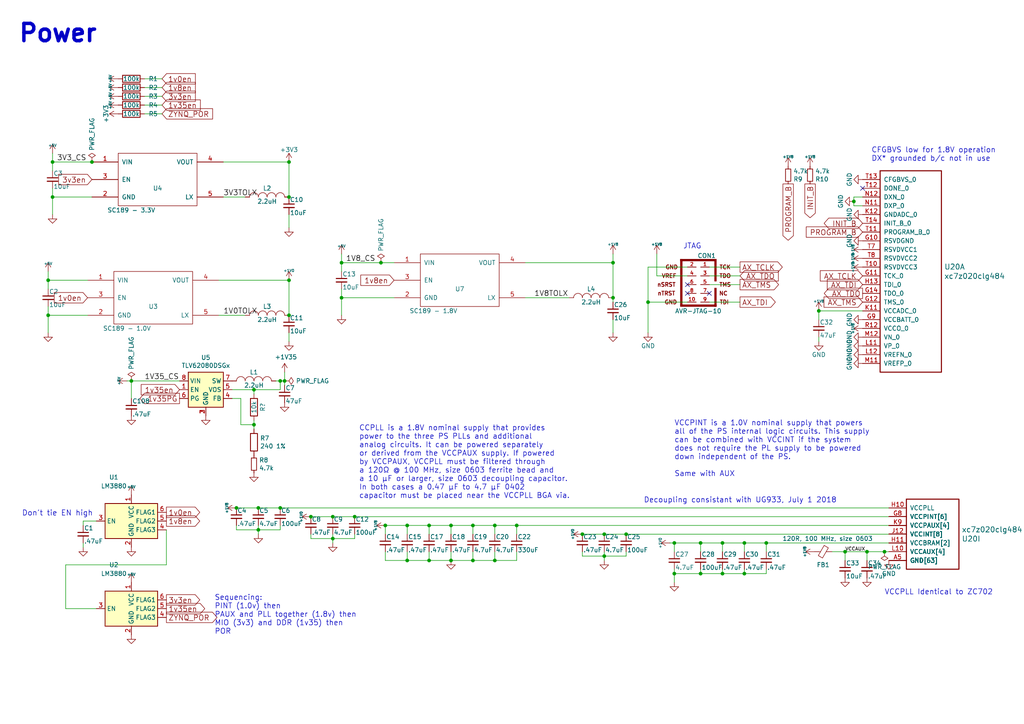
<source format=kicad_sch>
(kicad_sch (version 20230121) (generator eeschema)
  (paper "A4")
  (junction (at 111.76 152.4))
  (junction (at 26.67 46.99))
  (junction (at 96.52 149.86))
  (junction (at 137.16 162.56))
  (junction (at 74.93 153.67))
  (junction (at 209.55 157.48))
  (junction (at 15.24 57.15))
  (junction (at 177.8 86.36))
  (junction (at 177.8 76.2))
  (junction (at 168.91 154.94))
  (junction (at 96.52 156.21))
  (junction (at 68.58 147.32))
  (junction (at 73.66 113.03))
  (junction (at 83.82 57.15))
  (junction (at 203.2 166.37))
  (junction (at 13.97 91.44))
  (junction (at 215.9 157.48))
  (junction (at 110.49 76.2))
  (junction (at 209.55 166.37))
  (junction (at 99.06 86.36))
  (junction (at 81.28 110.49))
  (junction (at 187.96 87.63))
  (junction (at 195.58 166.37))
  (junction (at 74.93 147.32))
  (junction (at 175.26 154.94))
  (junction (at 149.86 152.4))
  (junction (at 237.49 90.17))
  (junction (at 130.81 162.56))
  (junction (at 222.25 157.48))
  (junction (at 181.61 154.94))
  (junction (at 251.46 160.02))
  (junction (at 73.66 123.19))
  (junction (at 90.17 149.86))
  (junction (at 118.11 152.4))
  (junction (at 245.11 160.02))
  (junction (at 38.1 110.49))
  (junction (at 215.9 166.37))
  (junction (at 118.11 162.56))
  (junction (at 195.58 157.48))
  (junction (at 247.65 58.42))
  (junction (at 137.16 152.4))
  (junction (at 99.06 76.2))
  (junction (at 203.2 157.48))
  (junction (at 124.46 162.56))
  (junction (at 83.82 91.44))
  (junction (at 81.28 147.32))
  (junction (at 15.24 46.99))
  (junction (at 143.51 162.56))
  (junction (at 256.54 160.02))
  (junction (at 102.87 149.86))
  (junction (at 124.46 152.4))
  (junction (at 143.51 152.4))
  (junction (at 130.81 152.4))
  (junction (at 175.26 161.29))
  (junction (at 82.55 110.49))
  (junction (at 83.82 46.99))
  (junction (at 13.97 81.28))
  (junction (at 83.82 81.28))
  (no_connect (at 199.39 82.55))
  (no_connect (at 205.74 85.09))
  (no_connect (at 199.39 85.09))
  (no_connect (at 250.19 54.61))
  (wire (pts (xy 215.9 157.48) (xy 222.25 157.48)))
  (wire (pts (xy 214.63 82.55) (xy 205.74 82.55)))
  (wire (pts (xy 181.61 154.94) (xy 257.81 154.94)))
  (wire (pts (xy 46.99 27.94) (xy 41.91 27.94)))
  (wire (pts (xy 124.46 160.02) (xy 124.46 162.56)))
  (wire (pts (xy 73.66 124.46) (xy 73.66 123.19)))
  (wire (pts (xy 250.19 90.17) (xy 237.49 90.17)))
  (wire (pts (xy 203.2 157.48) (xy 209.55 157.48)))
  (wire (pts (xy 90.17 154.94) (xy 90.17 156.21)))
  (wire (pts (xy 209.55 157.48) (xy 209.55 160.02)))
  (wire (pts (xy 195.58 160.02) (xy 195.58 157.48)))
  (wire (pts (xy 13.97 88.9) (xy 13.97 91.44)))
  (wire (pts (xy 67.31 115.57) (xy 69.85 115.57)))
  (wire (pts (xy 195.58 165.1) (xy 195.58 166.37)))
  (wire (pts (xy 96.52 156.21) (xy 102.87 156.21)))
  (wire (pts (xy 74.93 153.67) (xy 74.93 152.4)))
  (wire (pts (xy 175.26 161.29) (xy 181.61 161.29)))
  (wire (pts (xy 214.63 80.01) (xy 205.74 80.01)))
  (wire (pts (xy 111.76 160.02) (xy 111.76 162.56)))
  (wire (pts (xy 195.58 157.48) (xy 203.2 157.48)))
  (wire (pts (xy 247.65 58.42) (xy 247.65 59.69)))
  (wire (pts (xy 15.24 46.99) (xy 26.67 46.99)))
  (wire (pts (xy 63.5 81.28) (xy 83.82 81.28)))
  (wire (pts (xy 250.19 57.15) (xy 247.65 57.15)))
  (wire (pts (xy 214.63 77.47) (xy 205.74 77.47)))
  (wire (pts (xy 13.97 91.44) (xy 13.97 96.52)))
  (wire (pts (xy 83.82 62.23) (xy 83.82 66.04)))
  (wire (pts (xy 15.24 57.15) (xy 15.24 62.23)))
  (wire (pts (xy 177.8 92.71) (xy 177.8 96.52)))
  (wire (pts (xy 175.26 154.94) (xy 181.61 154.94)))
  (wire (pts (xy 199.39 77.47) (xy 187.96 77.47)))
  (wire (pts (xy 118.11 152.4) (xy 124.46 152.4)))
  (wire (pts (xy 149.86 152.4) (xy 149.86 154.94)))
  (wire (pts (xy 143.51 152.4) (xy 149.86 152.4)))
  (wire (pts (xy 124.46 152.4) (xy 130.81 152.4)))
  (wire (pts (xy 81.28 110.49) (xy 82.55 110.49)))
  (wire (pts (xy 111.76 152.4) (xy 118.11 152.4)))
  (wire (pts (xy 168.91 160.02) (xy 168.91 161.29)))
  (wire (pts (xy 215.9 157.48) (xy 215.9 160.02)))
  (wire (pts (xy 111.76 162.56) (xy 118.11 162.56)))
  (wire (pts (xy 73.66 113.03) (xy 81.28 113.03)))
  (wire (pts (xy 143.51 154.94) (xy 143.51 152.4)))
  (wire (pts (xy 251.46 160.02) (xy 251.46 162.56)))
  (wire (pts (xy 13.97 78.74) (xy 13.97 81.28)))
  (wire (pts (xy 99.06 86.36) (xy 99.06 91.44)))
  (wire (pts (xy 245.11 160.02) (xy 245.11 162.56)))
  (wire (pts (xy 68.58 152.4) (xy 68.58 153.67)))
  (wire (pts (xy 209.55 157.48) (xy 215.9 157.48)))
  (wire (pts (xy 82.55 110.49) (xy 82.55 111.76)))
  (wire (pts (xy 130.81 154.94) (xy 130.81 152.4)))
  (wire (pts (xy 68.58 153.67) (xy 74.93 153.67)))
  (wire (pts (xy 99.06 86.36) (xy 114.3 86.36)))
  (wire (pts (xy 130.81 162.56) (xy 137.16 162.56)))
  (wire (pts (xy 181.61 161.29) (xy 181.61 160.02)))
  (wire (pts (xy 83.82 96.52) (xy 83.82 99.06)))
  (wire (pts (xy 96.52 149.86) (xy 102.87 149.86)))
  (wire (pts (xy 237.49 97.79) (xy 237.49 99.06)))
  (wire (pts (xy 137.16 162.56) (xy 143.51 162.56)))
  (wire (pts (xy 256.54 160.02) (xy 251.46 160.02)))
  (wire (pts (xy 99.06 76.2) (xy 99.06 78.74)))
  (wire (pts (xy 203.2 166.37) (xy 209.55 166.37)))
  (wire (pts (xy 247.65 57.15) (xy 247.65 58.42)))
  (wire (pts (xy 194.31 157.48) (xy 195.58 157.48)))
  (wire (pts (xy 15.24 44.45) (xy 15.24 46.99)))
  (wire (pts (xy 67.31 113.03) (xy 73.66 113.03)))
  (wire (pts (xy 48.26 163.83) (xy 19.05 163.83)))
  (wire (pts (xy 81.28 147.32) (xy 257.81 147.32)))
  (wire (pts (xy 48.26 153.67) (xy 48.26 163.83)))
  (wire (pts (xy 209.55 166.37) (xy 215.9 166.37)))
  (wire (pts (xy 81.28 153.67) (xy 81.28 152.4)))
  (wire (pts (xy 64.77 46.99) (xy 83.82 46.99)))
  (wire (pts (xy 215.9 166.37) (xy 215.9 165.1)))
  (wire (pts (xy 74.93 147.32) (xy 81.28 147.32)))
  (wire (pts (xy 13.97 81.28) (xy 25.4 81.28)))
  (wire (pts (xy 195.58 166.37) (xy 203.2 166.37)))
  (wire (pts (xy 36.83 110.49) (xy 38.1 110.49)))
  (wire (pts (xy 13.97 91.44) (xy 25.4 91.44)))
  (wire (pts (xy 13.97 81.28) (xy 13.97 83.82)))
  (wire (pts (xy 199.39 87.63) (xy 187.96 87.63)))
  (wire (pts (xy 177.8 76.2) (xy 177.8 86.36)))
  (wire (pts (xy 83.82 81.28) (xy 83.82 91.44)))
  (wire (pts (xy 214.63 87.63) (xy 205.74 87.63)))
  (wire (pts (xy 90.17 149.86) (xy 96.52 149.86)))
  (wire (pts (xy 24.13 151.13) (xy 24.13 152.4)))
  (wire (pts (xy 74.93 153.67) (xy 81.28 153.67)))
  (wire (pts (xy 241.3 160.02) (xy 245.11 160.02)))
  (wire (pts (xy 137.16 154.94) (xy 137.16 152.4)))
  (wire (pts (xy 74.93 153.67) (xy 74.93 154.94)))
  (wire (pts (xy 143.51 160.02) (xy 143.51 162.56)))
  (wire (pts (xy 130.81 152.4) (xy 137.16 152.4)))
  (wire (pts (xy 46.99 22.86) (xy 41.91 22.86)))
  (wire (pts (xy 257.81 160.02) (xy 256.54 160.02)))
  (wire (pts (xy 168.91 161.29) (xy 175.26 161.29)))
  (wire (pts (xy 177.8 86.36) (xy 177.8 87.63)))
  (wire (pts (xy 80.01 110.49) (xy 81.28 110.49)))
  (wire (pts (xy 102.87 149.86) (xy 257.81 149.86)))
  (wire (pts (xy 68.58 147.32) (xy 74.93 147.32)))
  (wire (pts (xy 99.06 73.66) (xy 99.06 76.2)))
  (wire (pts (xy 41.91 30.48) (xy 46.99 30.48)))
  (wire (pts (xy 46.99 33.02) (xy 41.91 33.02)))
  (wire (pts (xy 38.1 115.57) (xy 38.1 110.49)))
  (wire (pts (xy 15.24 57.15) (xy 26.67 57.15)))
  (wire (pts (xy 222.25 157.48) (xy 222.25 160.02)))
  (wire (pts (xy 152.4 76.2) (xy 177.8 76.2)))
  (wire (pts (xy 137.16 160.02) (xy 137.16 162.56)))
  (wire (pts (xy 41.91 25.4) (xy 46.99 25.4)))
  (wire (pts (xy 24.13 157.48) (xy 24.13 158.75)))
  (wire (pts (xy 222.25 157.48) (xy 257.81 157.48)))
  (wire (pts (xy 102.87 156.21) (xy 102.87 154.94)))
  (wire (pts (xy 152.4 86.36) (xy 165.1 86.36)))
  (wire (pts (xy 209.55 166.37) (xy 209.55 165.1)))
  (wire (pts (xy 215.9 166.37) (xy 222.25 166.37)))
  (wire (pts (xy 137.16 152.4) (xy 143.51 152.4)))
  (wire (pts (xy 175.26 161.29) (xy 175.26 160.02)))
  (wire (pts (xy 99.06 76.2) (xy 110.49 76.2)))
  (wire (pts (xy 237.49 90.17) (xy 237.49 92.71)))
  (wire (pts (xy 19.05 163.83) (xy 19.05 176.53)))
  (wire (pts (xy 63.5 91.44) (xy 71.12 91.44)))
  (wire (pts (xy 19.05 176.53) (xy 27.94 176.53)))
  (wire (pts (xy 245.11 160.02) (xy 251.46 160.02)))
  (wire (pts (xy 222.25 166.37) (xy 222.25 165.1)))
  (wire (pts (xy 118.11 160.02) (xy 118.11 162.56)))
  (wire (pts (xy 124.46 162.56) (xy 130.81 162.56)))
  (wire (pts (xy 177.8 73.66) (xy 177.8 76.2)))
  (wire (pts (xy 99.06 83.82) (xy 99.06 86.36)))
  (wire (pts (xy 175.26 161.29) (xy 175.26 162.56)))
  (wire (pts (xy 124.46 154.94) (xy 124.46 152.4)))
  (wire (pts (xy 199.39 80.01) (xy 190.5 80.01)))
  (wire (pts (xy 38.1 110.49) (xy 52.07 110.49)))
  (wire (pts (xy 118.11 152.4) (xy 118.11 154.94)))
  (wire (pts (xy 82.55 110.49) (xy 82.55 107.95)))
  (wire (pts (xy 190.5 80.01) (xy 190.5 73.66)))
  (wire (pts (xy 247.65 59.69) (xy 250.19 59.69)))
  (wire (pts (xy 15.24 46.99) (xy 15.24 49.53)))
  (wire (pts (xy 149.86 152.4) (xy 257.81 152.4)))
  (wire (pts (xy 96.52 156.21) (xy 96.52 157.48)))
  (wire (pts (xy 90.17 156.21) (xy 96.52 156.21)))
  (wire (pts (xy 187.96 77.47) (xy 187.96 87.63)))
  (wire (pts (xy 168.91 154.94) (xy 175.26 154.94)))
  (wire (pts (xy 27.94 151.13) (xy 24.13 151.13)))
  (wire (pts (xy 15.24 54.61) (xy 15.24 57.15)))
  (wire (pts (xy 69.85 115.57) (xy 69.85 123.19)))
  (wire (pts (xy 203.2 157.48) (xy 203.2 160.02)))
  (wire (pts (xy 111.76 154.94) (xy 111.76 152.4)))
  (wire (pts (xy 187.96 87.63) (xy 187.96 96.52)))
  (wire (pts (xy 149.86 162.56) (xy 149.86 160.02)))
  (wire (pts (xy 143.51 162.56) (xy 149.86 162.56)))
  (wire (pts (xy 69.85 123.19) (xy 73.66 123.19)))
  (wire (pts (xy 195.58 166.37) (xy 195.58 168.91)))
  (wire (pts (xy 203.2 166.37) (xy 203.2 165.1)))
  (wire (pts (xy 96.52 156.21) (xy 96.52 154.94)))
  (wire (pts (xy 118.11 162.56) (xy 124.46 162.56)))
  (wire (pts (xy 130.81 160.02) (xy 130.81 162.56)))
  (wire (pts (xy 73.66 123.19) (xy 73.66 121.92)))
  (wire (pts (xy 83.82 46.99) (xy 83.82 57.15)))
  (wire (pts (xy 81.28 113.03) (xy 81.28 110.49)))
  (wire (pts (xy 71.12 57.15) (xy 64.77 57.15)))
  (wire (pts (xy 73.66 114.3) (xy 73.66 113.03)))
  (wire (pts (xy 110.49 76.2) (xy 114.3 76.2)))
  (text "VCCPLL Identical to ZC702" (at 256.54 172.72 0) (effects (font (size 1.524 1.524)) (justify left bottom)))
  (text "Decoupling consistant with UG933, July 1 2018" (at 186.69 146.05 0) (effects (font (size 1.524 1.524)) (justify left bottom)))
  (text "Don't tie EN high" (at 6.35 149.86 0) (effects (font (size 1.5494 1.5494)) (justify left bottom)))
  (text "Sequencing: \nPINT (1.0v) then \nPAUX and PLL together (1.8v) then\nMIO (3v3) and DDR (1v35) then\nPOR" (at 62.23 184.15 0) (effects (font (size 1.524 1.524)) (justify left bottom)))
  (text "VCCPINT is a 1.0V nominal supply that powers \nall of the PS internal logic circuits. This supply \ncan be combined with VCCINT if the system \ndoes not require the PL supply to be powered \ndown independent of the PS.\n\nSame with AUX" (at 195.58 138.43 0) (effects (font (size 1.524 1.524)) (justify left bottom)))
  (text "JTAG" (at 198.12 72.39 0) (effects (font (size 1.524 1.524)) (justify left bottom)))
  (text "Power" (at 5.08 12.7 0) (effects (font (size 5.0038 5.0038) (thickness 1.0008) bold) (justify left bottom)))
  (text "CFGBVS low for 1.8V operation\nDX* grounded b/c not in use" (at 252.73 46.99 0) (effects (font (size 1.524 1.524)) (justify left bottom)))
  (text "CCPLL is a 1.8V nominal supply that provides \npower to the three PS PLLs and additional\nanalog circuits. It can be powered separately \nor derived from the VCCPAUX supply. If powered\nby VCCPAUX, VCCPLL must be filtered through \na 120Ω @ 100 MHz, size 0603 ferrite bead and\na 10 µF or larger, size 0603 decoupling capacitor. \nIn both cases a 0.47 µF to 4.7 µF 0402\ncapacitor must be placed near the VCCPLL BGA via. " (at 104.14 144.78 0) (effects (font (size 1.524 1.524)) (justify left bottom)))
  (label "1V35_CS" (at 41.91 110.49 0) (effects (font (size 1.524 1.524))))
  (label "VCCAUX" (at 245.11 160.02 0) (effects (font (size 0.9906 0.9906))))
  (label "3V3TOLX" (at 64.77 57.15 0) (effects (font (size 1.524 1.524))))
  (label "3V3_CS" (at 16.51 46.99 0) (effects (font (size 1.524 1.524))))
  (label "1V8TOLX" (at 154.94 86.36 0) (effects (font (size 1.524 1.524))))
  (label "1V0TOLX" (at 64.77 91.44 0) (effects (font (size 1.524 1.524))))
  (label "1V8_CS" (at 100.33 76.2 0) (effects (font (size 1.524 1.524))))
  (global_label "1v35en" (shape input) (at 46.99 30.48 0) (effects (font (size 1.524 1.524))) (property "Intersheetrefs" "${INTERSHEET_REFS}" (effects hide)))
  (global_label "ZYNQ_POR" (shape output) (at 48.26 179.07 0) (effects (font (size 1.524 1.524))) (property "Intersheetrefs" "${INTERSHEET_REFS}" (effects hide)))
  (global_label "PROGRAM_B" (shape input) (at 250.19 67.31 180) (effects (font (size 1.524 1.524))) (property "Intersheetrefs" "${INTERSHEET_REFS}" (effects hide)))
  (global_label "1v0en" (shape output) (at 48.26 148.59 0) (effects (font (size 1.524 1.524))) (property "Intersheetrefs" "${INTERSHEET_REFS}" (effects hide)))
  (global_label "AX_TDO" (shape output) (at 250.19 85.09 180) (effects (font (size 1.524 1.524))) (property "Intersheetrefs" "${INTERSHEET_REFS}" (effects hide)))
  (global_label "3v3en" (shape output) (at 48.26 173.99 0) (effects (font (size 1.524 1.524))) (property "Intersheetrefs" "${INTERSHEET_REFS}" (effects hide)))
  (global_label "1v35en" (shape output) (at 48.26 176.53 0) (effects (font (size 1.524 1.524))) (property "Intersheetrefs" "${INTERSHEET_REFS}" (effects hide)))
  (global_label "PROGRAM_B" (shape output) (at 228.6 53.34 270) (effects (font (size 1.524 1.524))) (property "Intersheetrefs" "${INTERSHEET_REFS}" (effects hide)))
  (global_label "1v0en" (shape input) (at 25.4 86.36 180) (effects (font (size 1.524 1.524))) (property "Intersheetrefs" "${INTERSHEET_REFS}" (effects hide)))
  (global_label "3v3en" (shape input) (at 46.99 27.94 0) (effects (font (size 1.524 1.524))) (property "Intersheetrefs" "${INTERSHEET_REFS}" (effects hide)))
  (global_label "ZYNQ_POR" (shape input) (at 46.99 33.02 0) (effects (font (size 1.524 1.524))) (property "Intersheetrefs" "${INTERSHEET_REFS}" (effects hide)))
  (global_label "1v8en" (shape output) (at 48.26 151.13 0) (effects (font (size 1.524 1.524))) (property "Intersheetrefs" "${INTERSHEET_REFS}" (effects hide)))
  (global_label "AX_TCLK" (shape input) (at 250.19 80.01 180) (effects (font (size 1.524 1.524))) (property "Intersheetrefs" "${INTERSHEET_REFS}" (effects hide)))
  (global_label "1v35PG" (shape output) (at 52.07 115.57 180) (effects (font (size 1.524 1.524))) (property "Intersheetrefs" "${INTERSHEET_REFS}" (effects hide)))
  (global_label "1v0en" (shape input) (at 46.99 22.86 0) (effects (font (size 1.524 1.524))) (property "Intersheetrefs" "${INTERSHEET_REFS}" (effects hide)))
  (global_label "INIT_B" (shape output) (at 234.95 53.34 270) (effects (font (size 1.524 1.524))) (property "Intersheetrefs" "${INTERSHEET_REFS}" (effects hide)))
  (global_label "1v8en" (shape input) (at 46.99 25.4 0) (effects (font (size 1.524 1.524))) (property "Intersheetrefs" "${INTERSHEET_REFS}" (effects hide)))
  (global_label "AX_TCLK" (shape output) (at 214.63 77.47 0) (effects (font (size 1.524 1.524))) (property "Intersheetrefs" "${INTERSHEET_REFS}" (effects hide)))
  (global_label "AX_TDO" (shape input) (at 214.63 80.01 0) (effects (font (size 1.524 1.524))) (property "Intersheetrefs" "${INTERSHEET_REFS}" (effects hide)))
  (global_label "INIT_B" (shape bidirectional) (at 250.19 64.77 180) (effects (font (size 1.524 1.524))) (property "Intersheetrefs" "${INTERSHEET_REFS}" (effects hide)))
  (global_label "AX_TDI" (shape output) (at 214.63 87.63 0) (effects (font (size 1.524 1.524))) (property "Intersheetrefs" "${INTERSHEET_REFS}" (effects hide)))
  (global_label "3v3en" (shape input) (at 26.67 52.07 180) (effects (font (size 1.524 1.524))) (property "Intersheetrefs" "${INTERSHEET_REFS}" (effects hide)))
  (global_label "1v8en" (shape input) (at 114.3 81.28 180) (effects (font (size 1.524 1.524))) (property "Intersheetrefs" "${INTERSHEET_REFS}" (effects hide)))
  (global_label "AX_TMS" (shape output) (at 214.63 82.55 0) (effects (font (size 1.524 1.524))) (property "Intersheetrefs" "${INTERSHEET_REFS}" (effects hide)))
  (global_label "AX_TDI" (shape input) (at 250.19 82.55 180) (effects (font (size 1.524 1.524))) (property "Intersheetrefs" "${INTERSHEET_REFS}" (effects hide)))
  (global_label "1v35en" (shape input) (at 52.07 113.03 180) (effects (font (size 1.524 1.524))) (property "Intersheetrefs" "${INTERSHEET_REFS}" (effects hide)))
  (global_label "AX_TMS" (shape input) (at 250.19 87.63 180) (effects (font (size 1.524 1.524))) (property "Intersheetrefs" "${INTERSHEET_REFS}" (effects hide)))
  (symbol (lib_id "DFTBoard-rescue:AVR-JTAG-10-") (at 200.66 82.55 0) (mirror y) (unit 1)
    (property "Reference" "CON1" (at 204.978 74.168 0))
    (property "Value" "AVR-JTAG-10" (at 209.296 90.932 0) (effects (justify left bottom)))
    (property "Footprint" "DFTcustom:XilinxJTAG" (effects hide))
    (property "MFR" "DNS" (effects hide))
  )
  (symbol (lib_id "power:GND") (at 187.96 96.52 0) (unit 1)
    (property "Reference" "#PWR038" (effects hide))
    (property "Value" "GND" (at 187.96 100.33 0))
  )
  (symbol (lib_id "power:+1V8") (at 190.5 73.66 0) (unit 1)
    (property "Reference" "#PWR039" (effects hide))
    (property "Value" "+1.8V" (at 190.5 70.866 0) (effects (font (size 0.762 0.762))))
  )
  (symbol (lib_id "Device:C_Small") (at 237.49 95.25 0) (unit 1)
    (property "Reference" "C32" (at 237.744 93.472 0) (effects (justify left)))
    (property "Value" "47uF" (at 237.744 97.282 0) (effects (justify left)))
    (property "Footprint" "Capacitor_SMD:C_0805_2012Metric" (effects hide))
    (property "MFR" "Murata" (effects hide))
    (property "MPN" "GRM219R60J476ME44D" (effects hide))
    (property "SPR" "Digikey" (effects hide))
    (property "SPN" "490-13249-1-ND" (effects hide))
  )
  (symbol (lib_id "power:GND") (at 237.49 99.06 0) (unit 1)
    (property "Reference" "#PWR048" (effects hide))
    (property "Value" "GND" (at 237.49 102.87 0))
  )
  (symbol (lib_id "power:GND") (at 250.19 52.07 270) (unit 1)
    (property "Reference" "#PWR046" (effects hide))
    (property "Value" "GND" (at 246.38 52.07 0))
  )
  (symbol (lib_id "power:+1V8") (at 237.49 90.17 0) (unit 1)
    (property "Reference" "#PWR047" (effects hide))
    (property "Value" "+1.8V" (at 237.49 87.376 0) (effects (font (size 0.762 0.762))))
  )
  (symbol (lib_id "power:+1V0") (at 194.31 157.48 90) (unit 1)
    (property "Reference" "#PWR042" (effects hide))
    (property "Value" "+1.0V" (at 191.516 157.48 0) (effects (font (size 0.762 0.762))))
    (instances (project "DFTBoard" (path "" (reference "#PWR042") (unit 1)) (path "" (reference "#PWR?") (unit 1))))
  )
  (symbol (lib_id "Device:C_Small") (at 203.2 162.56 0) (unit 1)
    (property "Reference" "C28" (at 203.454 160.782 0) (effects (justify left)))
    (property "Value" "100uF" (at 203.454 164.592 0) (effects (justify left)))
    (property "Footprint" "Capacitor_SMD:C_1210_3225Metric" (effects hide))
    (property "MFR" "TAIYO YUDEN" (effects hide))
    (property "MPN" "JMK325ABJ107MM-P" (effects hide))
    (property "SPR" "Digikey" (effects hide))
    (property "SPN" "587-4313-1-ND" (effects hide))
  )
  (symbol (lib_id "power:GND") (at 195.58 168.91 0) (unit 1)
    (property "Reference" "#PWR043" (effects hide))
    (property "Value" "GND" (effects hide))
  )
  (symbol (lib_id "power:GND") (at 257.81 162.56 0) (unit 1)
    (property "Reference" "#PWR057" (effects hide))
    (property "Value" "GND" (at 257.81 166.37 0))
  )
  (symbol (lib_id "DFTBoard-rescue:SC189-") (at 133.35 81.28 0) (unit 1)
    (property "Reference" "U7" (at 133.35 83.82 0))
    (property "Value" "SC189 - 1.8V" (at 125.73 90.17 0))
    (property "Footprint" "Package_TO_SOT_SMD:SOT-23-5" (effects hide))
    (property "Datasheet" "DOCUMENTATION" (effects hide))
    (property "MFR" "Semtech Corporation" (effects hide))
    (property "MPN" "SC189LSKTRT" (effects hide))
    (property "SPR" "Digikey" (effects hide))
    (property "SPN" "SC189LSKCT-ND" (effects hide))
  )
  (symbol (lib_id "DFTBoard-rescue:SC189-") (at 45.72 52.07 0) (unit 1)
    (property "Reference" "U4" (at 45.72 54.61 0))
    (property "Value" "SC189 - 3.3V" (at 38.1 60.96 0))
    (property "Footprint" "Package_TO_SOT_SMD:SOT-23-5" (effects hide))
    (property "Datasheet" "DOCUMENTATION" (effects hide))
    (property "MFR" "Semtech Corporation" (effects hide))
    (property "MPN" "SC189ZSKTRT" (effects hide))
    (property "SPR" "Digikey" (effects hide))
    (property "SPN" "SC189ZSKCT-ND" (effects hide))
  )
  (symbol (lib_id "DFTBoard-rescue:SC189-") (at 44.45 86.36 0) (unit 1)
    (property "Reference" "U3" (at 44.45 88.9 0))
    (property "Value" "SC189 - 1.0V" (at 36.83 95.25 0))
    (property "Footprint" "Package_TO_SOT_SMD:SOT-23-5" (effects hide))
    (property "Datasheet" "DOCUMENTATION" (effects hide))
    (property "MFR" "Semtech Corporation" (effects hide))
    (property "MPN" "SC189ASKTRT" (effects hide))
    (property "SPR" "Digikey" (effects hide))
    (property "SPN" "SC189ASKCT-ND" (effects hide))
  )
  (symbol (lib_id "power:GND") (at 13.97 96.52 0) (unit 1)
    (property "Reference" "#PWR03" (effects hide))
    (property "Value" "GND" (effects hide))
  )
  (symbol (lib_id "Device:C_Small") (at 15.24 52.07 0) (unit 1)
    (property "Reference" "C3" (at 15.494 50.292 0) (effects (justify left)))
    (property "Value" "10uF" (at 15.494 54.102 0) (effects (justify left)))
    (property "Footprint" "Capacitor_SMD:C_0603_1608Metric" (effects hide))
    (property "MFR" "Murata" (effects hide))
    (property "MPN" "GRM188R61A106KE69J" (effects hide))
    (property "SPR" "Digikey" (effects hide))
    (property "SPN" "490-14372-1-ND" (effects hide))
  )
  (symbol (lib_id "Device:C_Small") (at 99.06 81.28 0) (unit 1)
    (property "Reference" "C13" (at 99.314 79.502 0) (effects (justify left)))
    (property "Value" "10uF" (at 99.314 83.312 0) (effects (justify left)))
    (property "Footprint" "Capacitor_SMD:C_0603_1608Metric" (effects hide))
    (property "MFR" "Murata" (effects hide))
    (property "MPN" "GRM188R61A106KE69J" (effects hide))
    (property "SPR" "Digikey" (effects hide))
    (property "SPN" "490-14372-1-ND" (effects hide))
  )
  (symbol (lib_id "Device:C_Small") (at 13.97 86.36 0) (unit 1)
    (property "Reference" "C2" (at 14.224 84.582 0) (effects (justify left)))
    (property "Value" "10uF" (at 14.224 88.392 0) (effects (justify left)))
    (property "Footprint" "Capacitor_SMD:C_0603_1608Metric" (effects hide))
    (property "MFR" "Murata" (effects hide))
    (property "MPN" "GRM188R61A106KE69J" (effects hide))
    (property "SPR" "Digikey" (effects hide))
    (property "SPN" "490-14372-1-ND" (effects hide))
  )
  (symbol (lib_id "Device:C_Small") (at 83.82 59.69 0) (unit 1)
    (property "Reference" "C10" (at 84.074 57.912 0) (effects (justify left)))
    (property "Value" "10uF" (at 84.074 61.722 0) (effects (justify left)))
    (property "Footprint" "Capacitor_SMD:C_0603_1608Metric" (effects hide))
    (property "MFR" "Murata" (effects hide))
    (property "MPN" "GRM188R61A106KE69J" (effects hide))
    (property "SPR" "Digikey" (effects hide))
    (property "SPN" "490-14372-1-ND" (effects hide))
  )
  (symbol (lib_id "Device:C_Small") (at 83.82 93.98 0) (unit 1)
    (property "Reference" "C11" (at 84.074 92.202 0) (effects (justify left)))
    (property "Value" "10uF" (at 84.074 96.012 0) (effects (justify left)))
    (property "Footprint" "Capacitor_SMD:C_0603_1608Metric" (effects hide))
    (property "MFR" "Murata" (effects hide))
    (property "MPN" "GRM188R61A106KE69J" (effects hide))
    (property "SPR" "Digikey" (effects hide))
    (property "SPN" "490-14372-1-ND" (effects hide))
  )
  (symbol (lib_id "Device:C_Small") (at 177.8 90.17 0) (unit 1)
    (property "Reference" "C26" (at 178.054 88.392 0) (effects (justify left)))
    (property "Value" "10uF" (at 178.054 92.202 0) (effects (justify left)))
    (property "Footprint" "Capacitor_SMD:C_0603_1608Metric" (effects hide))
    (property "MFR" "Murata" (effects hide))
    (property "MPN" "GRM188R61A106KE69J" (effects hide))
    (property "SPR" "Digikey" (effects hide))
    (property "SPN" "490-14372-1-ND" (effects hide))
  )
  (symbol (lib_id "power:GND") (at 83.82 66.04 0) (unit 1)
    (property "Reference" "#PWR025" (effects hide))
    (property "Value" "GND" (effects hide))
  )
  (symbol (lib_id "power:GND") (at 83.82 99.06 0) (unit 1)
    (property "Reference" "#PWR027" (effects hide))
    (property "Value" "GND" (effects hide))
  )
  (symbol (lib_id "power:GND") (at 177.8 96.52 0) (unit 1)
    (property "Reference" "#PWR041" (effects hide))
    (property "Value" "GND" (effects hide))
  )
  (symbol (lib_id "power:+1V0") (at 83.82 81.28 0) (unit 1)
    (property "Reference" "#PWR026" (effects hide))
    (property "Value" "+1.0V" (at 83.82 78.486 0) (effects (font (size 0.762 0.762))))
    (instances (project "DFTBoard" (path "" (reference "#PWR026") (unit 1)) (path "" (reference "#PWR?") (unit 1))))
  )
  (symbol (lib_id "power:+1V8") (at 177.8 73.66 0) (unit 1)
    (property "Reference" "#PWR040" (effects hide))
    (property "Value" "+1.8V" (at 177.8 70.866 0) (effects (font (size 0.762 0.762))))
  )
  (symbol (lib_id "DFTBoard-rescue:INDUCTOR_SMALL_P-") (at 77.47 57.15 0) (unit 1)
    (property "Reference" "L2" (at 77.47 54.61 0))
    (property "Value" "2.2uH" (at 77.47 58.42 0))
    (property "Footprint" "Capacitor_SMD:C_1812_4532Metric" (effects hide))
    (property "MFR" "Murata" (effects hide))
    (property "MPN" "LQH43PN2R2M26L" (effects hide))
    (property "SPR" "Digikey" (effects hide))
    (property "SPN" "490-12049-1-ND" (effects hide))
  )
  (symbol (lib_id "DFTBoard-rescue:INDUCTOR_SMALL_P-") (at 77.47 91.44 0) (unit 1)
    (property "Reference" "L3" (at 77.47 88.9 0))
    (property "Value" "2.2uH" (at 77.47 92.71 0))
    (property "Footprint" "Capacitor_SMD:C_1812_4532Metric" (effects hide))
    (property "MFR" "Murata" (effects hide))
    (property "MPN" "LQH43PN2R2M26L" (effects hide))
    (property "SPR" "Digikey" (effects hide))
    (property "SPN" "490-12049-1-ND" (effects hide))
  )
  (symbol (lib_id "DFTBoard-rescue:INDUCTOR_SMALL_P-") (at 171.45 86.36 0) (unit 1)
    (property "Reference" "L4" (at 171.45 83.82 0))
    (property "Value" "2.2uH" (at 171.45 87.63 0))
    (property "Footprint" "Capacitor_SMD:C_1812_4532Metric" (effects hide))
    (property "MFR" "Murata" (effects hide))
    (property "MPN" "LQH43PN2R2M26L" (effects hide))
    (property "SPR" "Digikey" (effects hide))
    (property "SPN" "490-12049-1-ND" (effects hide))
  )
  (symbol (lib_id "power:+3V3") (at 83.82 46.99 0) (unit 1)
    (property "Reference" "#PWR024" (effects hide))
    (property "Value" "+3.3V" (at 83.82 43.434 0))
  )
  (symbol (lib_id "power:GND") (at 15.24 62.23 0) (unit 1)
    (property "Reference" "#PWR05" (effects hide))
    (property "Value" "GND" (effects hide))
  )
  (symbol (lib_id "power:GND") (at 99.06 91.44 0) (unit 1)
    (property "Reference" "#PWR029" (effects hide))
    (property "Value" "GND" (effects hide))
  )
  (symbol (lib_id "Device:C_Small") (at 251.46 165.1 0) (unit 1)
    (property "Reference" "C34" (at 251.714 163.322 0) (effects (justify left)))
    (property "Value" ".47uF" (at 251.714 167.132 0) (effects (justify left)))
    (property "Footprint" "Capacitor_SMD:C_0402_1005Metric" (effects hide))
    (property "MFR" "Yageo" (effects hide))
    (property "MPN" "CC0402KRX5R5BB474" (effects hide))
    (property "SPR" "Digikey" (effects hide))
    (property "SPN" "311-1684-1-ND" (effects hide))
  )
  (symbol (lib_id "power:GND") (at 251.46 167.64 0) (unit 1)
    (property "Reference" "#PWR056" (effects hide))
    (property "Value" "GND" (effects hide))
  )
  (symbol (lib_id "DFTBoard-rescue:Ferrite_Bead_Small-Device") (at 238.76 160.02 270) (unit 1)
    (property "Reference" "FB1" (at 238.76 163.83 90))
    (property "Value" "120R, 100 MHz, size 0603" (at 240.03 156.21 90))
    (property "Footprint" "Capacitor_SMD:C_0603_1608Metric" (effects hide))
    (property "MFR" "Murata Electronics" (effects hide))
    (property "MPN" "BLM18AG121SN1D" (effects hide))
    (property "SPR" "Digikey" (effects hide))
    (property "SPN" "490-1011-1-ND" (effects hide))
    (property "SPURL" "-" (effects hide))
  )
  (symbol (lib_id "power:+1V8") (at 236.22 160.02 90) (unit 1)
    (property "Reference" "#PWR049" (effects hide))
    (property "Value" "+1.8V" (at 233.426 160.02 0) (effects (font (size 0.762 0.762))))
  )
  (symbol (lib_id "Device:C_Small") (at 245.11 165.1 0) (unit 1)
    (property "Reference" "C33" (at 245.364 163.322 0) (effects (justify left)))
    (property "Value" "10uF" (at 245.364 167.132 0) (effects (justify left)))
    (property "Footprint" "Capacitor_SMD:C_0603_1608Metric" (effects hide))
    (property "MFR" "Murata" (effects hide))
    (property "MPN" "GRM188R61A106KE69J" (effects hide))
    (property "SPR" "Digikey" (effects hide))
    (property "SPN" "490-14372-1-ND" (effects hide))
  )
  (symbol (lib_id "power:GND") (at 245.11 167.64 0) (unit 1)
    (property "Reference" "#PWR051" (effects hide))
    (property "Value" "GND" (effects hide))
  )
  (symbol (lib_id "Device:C_Small") (at 149.86 157.48 0) (unit 1)
    (property "Reference" "C22" (at 150.114 155.702 0) (effects (justify left)))
    (property "Value" "330uF" (at 150.114 159.512 0) (effects (justify left)))
    (property "Footprint" "Capacitor_SMD:C_1206_3216Metric" (effects hide))
    (property "MFR" "AVX Corporation" (effects hide))
    (property "MPN" "F950G337MAAAQ2" (effects hide))
    (property "SPR" "Digikey" (effects hide))
    (property "SPN" "478-8378-1-ND" (effects hide))
    (property "SPURL" "-" (effects hide))
  )
  (symbol (lib_id "Device:C_Small") (at 143.51 157.48 0) (unit 1)
    (property "Reference" "C20" (at 143.764 155.702 0) (effects (justify left)))
    (property "Value" "4.7uF" (at 143.764 159.512 0) (effects (justify left)))
    (property "Footprint" "Capacitor_SMD:C_0402_1005Metric" (effects hide))
    (property "MFR" "Murata" (effects hide))
    (property "MPN" "GRM155R60G475ME47D" (effects hide))
    (property "SPR" "Digikey" (effects hide))
    (property "SPN" "490-11980-1-ND" (effects hide))
  )
  (symbol (lib_id "Device:C_Small") (at 137.16 157.48 0) (unit 1)
    (property "Reference" "C19" (at 137.414 155.702 0) (effects (justify left)))
    (property "Value" "4.7uF" (at 137.414 159.512 0) (effects (justify left)))
    (property "Footprint" "Capacitor_SMD:C_0402_1005Metric" (effects hide))
    (property "MFR" "Murata" (effects hide))
    (property "MPN" "GRM155R60G475ME47D" (effects hide))
    (property "SPR" "Digikey" (effects hide))
    (property "SPN" "490-11980-1-ND" (effects hide))
  )
  (symbol (lib_id "Device:C_Small") (at 130.81 157.48 0) (unit 1)
    (property "Reference" "C18" (at 131.064 155.702 0) (effects (justify left)))
    (property "Value" ".47uF" (at 131.064 159.512 0) (effects (justify left)))
    (property "Footprint" "Capacitor_SMD:C_0402_1005Metric" (effects hide))
    (property "MFR" "Yageo" (effects hide))
    (property "MPN" "CC0402KRX5R5BB474" (effects hide))
    (property "SPR" "Digikey" (effects hide))
    (property "SPN" "311-1684-1-ND" (effects hide))
  )
  (symbol (lib_id "Device:C_Small") (at 124.46 157.48 0) (unit 1)
    (property "Reference" "C17" (at 124.714 155.702 0) (effects (justify left)))
    (property "Value" ".47uF" (at 124.714 159.512 0) (effects (justify left)))
    (property "Footprint" "Capacitor_SMD:C_0402_1005Metric" (effects hide))
    (property "MFR" "Yageo" (effects hide))
    (property "MPN" "CC0402KRX5R5BB474" (effects hide))
    (property "SPR" "Digikey" (effects hide))
    (property "SPN" "311-1684-1-ND" (effects hide))
  )
  (symbol (lib_id "Device:C_Small") (at 118.11 157.48 0) (unit 1)
    (property "Reference" "C15" (at 118.364 155.702 0) (effects (justify left)))
    (property "Value" ".47uF" (at 118.364 159.512 0) (effects (justify left)))
    (property "Footprint" "Capacitor_SMD:C_0402_1005Metric" (effects hide))
    (property "MFR" "Yageo" (effects hide))
    (property "MPN" "CC0402KRX5R5BB474" (effects hide))
    (property "SPR" "Digikey" (effects hide))
    (property "SPN" "311-1684-1-ND" (effects hide))
  )
  (symbol (lib_id "Device:C_Small") (at 111.76 157.48 0) (unit 1)
    (property "Reference" "C14" (at 112.014 155.702 0) (effects (justify left)))
    (property "Value" ".47uF" (at 112.014 159.512 0) (effects (justify left)))
    (property "Footprint" "Capacitor_SMD:C_0402_1005Metric" (effects hide))
    (property "MFR" "Yageo" (effects hide))
    (property "MPN" "CC0402KRX5R5BB474" (effects hide))
    (property "SPR" "Digikey" (effects hide))
    (property "SPN" "311-1684-1-ND" (effects hide))
  )
  (symbol (lib_id "Device:C_Small") (at 209.55 162.56 0) (unit 1)
    (property "Reference" "C29" (at 209.804 160.782 0) (effects (justify left)))
    (property "Value" ".47uF" (at 209.804 164.592 0) (effects (justify left)))
    (property "Footprint" "Capacitor_SMD:C_0402_1005Metric" (effects hide))
    (property "MFR" "Yageo" (effects hide))
    (property "MPN" "CC0402KRX5R5BB474" (effects hide))
    (property "SPR" "Digikey" (effects hide))
    (property "SPN" "311-1684-1-ND" (effects hide))
  )
  (symbol (lib_id "Device:C_Small") (at 215.9 162.56 0) (unit 1)
    (property "Reference" "C30" (at 216.154 160.782 0) (effects (justify left)))
    (property "Value" ".47uF" (at 216.154 164.592 0) (effects (justify left)))
    (property "Footprint" "Capacitor_SMD:C_0402_1005Metric" (effects hide))
    (property "MFR" "Yageo" (effects hide))
    (property "MPN" "CC0402KRX5R5BB474" (effects hide))
    (property "SPR" "Digikey" (effects hide))
    (property "SPN" "311-1684-1-ND" (effects hide))
  )
  (symbol (lib_id "Device:C_Small") (at 222.25 162.56 0) (unit 1)
    (property "Reference" "C31" (at 222.504 160.782 0) (effects (justify left)))
    (property "Value" ".47uF" (at 222.504 164.592 0) (effects (justify left)))
    (property "Footprint" "Capacitor_SMD:C_0402_1005Metric" (effects hide))
    (property "MFR" "Yageo" (effects hide))
    (property "MPN" "CC0402KRX5R5BB474" (effects hide))
    (property "SPR" "Digikey" (effects hide))
    (property "SPN" "311-1684-1-ND" (effects hide))
  )
  (symbol (lib_id "Power_Supervisor:LM3880") (at 38.1 151.13 0) (unit 1)
    (property "Reference" "U1" (at 33.02 138.43 0))
    (property "Value" "LM3880" (at 33.02 140.97 0))
    (property "Footprint" "Package_TO_SOT_SMD:SOT-23-6" (effects hide))
    (property "Datasheet" "http://www.ti.com/lit/ds/symlink/lm3880.pdf" (effects hide))
    (property "MFR" "Texas Instruments" (effects hide))
    (property "MPN" "LM3880MF-1AE/NOPB" (effects hide))
    (property "SPR" "Digikey" (effects hide))
    (property "SPN" "LM3880MF-1AE/NOPBDKR-ND" (effects hide))
    (property "SPURL" "-" (effects hide))
  )
  (symbol (lib_id "Power_Supervisor:LM3880") (at 38.1 176.53 0) (unit 1)
    (property "Reference" "U2" (at 33.02 163.83 0))
    (property "Value" "LM3880" (at 33.02 166.37 0))
    (property "Footprint" "Package_TO_SOT_SMD:SOT-23-6" (effects hide))
    (property "Datasheet" "http://www.ti.com/lit/ds/symlink/lm3880.pdf" (effects hide))
    (property "MFR" "Texas Instruments" (effects hide))
    (property "MPN" "LM3880MF-1AE/NOPB" (effects hide))
    (property "SPR" "Digikey" (effects hide))
    (property "SPN" "LM3880MF-1AE/NOPBDKR-ND" (effects hide))
    (property "SPURL" "-" (effects hide))
  )
  (symbol (lib_id "power:+5V") (at 38.1 143.51 0) (unit 1)
    (property "Reference" "#PWR06" (effects hide))
    (property "Value" "+5V" (at 38.1 141.224 0) (effects (font (size 0.762 0.762))))
  )
  (symbol (lib_id "power:+5V") (at 38.1 168.91 0) (unit 1)
    (property "Reference" "#PWR08" (effects hide))
    (property "Value" "+5V" (at 38.1 166.624 0) (effects (font (size 0.762 0.762))))
  )
  (symbol (lib_id "power:GND") (at 38.1 158.75 0) (unit 1)
    (property "Reference" "#PWR07" (effects hide))
    (property "Value" "GND" (effects hide))
  )
  (symbol (lib_id "power:GND") (at 38.1 184.15 0) (unit 1)
    (property "Reference" "#PWR09" (effects hide))
    (property "Value" "GND" (effects hide))
  )
  (symbol (lib_id "Device:R_Small") (at 228.6 50.8 0) (mirror x) (unit 1)
    (property "Reference" "R9" (at 230.0986 51.9684 0) (effects (justify left)))
    (property "Value" "4.7k" (at 230.0986 49.657 0) (effects (justify left)))
    (property "Footprint" "Resistor_SMD:R_0402_1005Metric" (effects hide))
    (property "MFR" "Yageo" (effects hide))
    (property "MPN" "RC0402JR-074K7L" (effects hide))
    (property "SPR" "Digikey" (effects hide))
    (property "SPN" "311-4.7KJRCT-ND" (effects hide))
    (property "SPURL" "-" (effects hide))
    (instances (project "DFTBoard" (path "" (reference "R9") (unit 1)) (path "" (reference "R?") (unit 1))))
  )
  (symbol (lib_id "power:+5V") (at 99.06 73.66 0) (unit 1)
    (property "Reference" "#PWR028" (effects hide))
    (property "Value" "+5V" (at 99.06 71.374 0) (effects (font (size 0.762 0.762))))
  )
  (symbol (lib_id "power:+1V8") (at 228.6 48.26 0) (mirror y) (unit 1)
    (property "Reference" "#PWR044" (effects hide))
    (property "Value" "+1.8V" (at 228.6 45.466 0) (effects (font (size 0.762 0.762))))
  )
  (symbol (lib_id "power:PWR_FLAG") (at 256.54 160.02 180) (unit 1)
    (property "Reference" "#FLG02" (effects hide))
    (property "Value" "PWR_FLAG" (at 256.54 164.4142 0))
  )
  (symbol (lib_id "Device:R") (at 38.1 22.86 90) (unit 1)
    (property "Reference" "R1" (at 44.45 22.86 90))
    (property "Value" "100k" (at 38.1 22.86 90))
    (property "Footprint" "Resistor_SMD:R_0402_1005Metric" (effects hide))
    (property "MFR" "Yageo" (effects hide))
    (property "MPN" "RC0402FR-07100KL" (effects hide))
    (property "SPR" "Digikey" (effects hide))
    (property "SPN" "311-100KLRTR-ND" (effects hide))
    (instances (project "DFTBoard" (path "" (reference "R1") (unit 1)) (path "" (reference "R?") (unit 1))))
  )
  (symbol (lib_id "Device:R_Small") (at 234.95 50.8 0) (mirror x) (unit 1)
    (property "Reference" "R10" (at 236.4486 51.9684 0) (effects (justify left)))
    (property "Value" "4.7k" (at 236.4486 49.657 0) (effects (justify left)))
    (property "Footprint" "Resistor_SMD:R_0402_1005Metric" (effects hide))
    (property "MFR" "Yageo" (effects hide))
    (property "MPN" "RC0402JR-074K7L" (effects hide))
    (property "SPR" "Digikey" (effects hide))
    (property "SPN" "311-4.7KJRCT-ND" (effects hide))
    (property "SPURL" "-" (effects hide))
    (instances (project "DFTBoard" (path "" (reference "R10") (unit 1)) (path "" (reference "R?") (unit 1))))
  )
  (symbol (lib_id "power:+1V8") (at 234.95 48.26 0) (mirror y) (unit 1)
    (property "Reference" "#PWR045" (effects hide))
    (property "Value" "+1.8V" (at 234.95 45.466 0) (effects (font (size 0.762 0.762))))
  )
  (symbol (lib_id "Device:R") (at 38.1 25.4 90) (unit 1)
    (property "Reference" "R2" (at 44.45 25.4 90))
    (property "Value" "100k" (at 38.1 25.4 90))
    (property "Footprint" "Resistor_SMD:R_0402_1005Metric" (effects hide))
    (property "MFR" "Yageo" (effects hide))
    (property "MPN" "RC0402FR-07100KL" (effects hide))
    (property "SPR" "Digikey" (effects hide))
    (property "SPN" "311-100KLRTR-ND" (effects hide))
    (instances (project "DFTBoard" (path "" (reference "R2") (unit 1)) (path "" (reference "R?") (unit 1))))
  )
  (symbol (lib_id "Device:R") (at 38.1 27.94 90) (unit 1)
    (property "Reference" "R3" (at 44.45 27.94 90))
    (property "Value" "100k" (at 38.1 27.94 90))
    (property "Footprint" "Resistor_SMD:R_0402_1005Metric" (effects hide))
    (property "MFR" "Yageo" (effects hide))
    (property "MPN" "RC0402FR-07100KL" (effects hide))
    (property "SPR" "Digikey" (effects hide))
    (property "SPN" "311-100KLRTR-ND" (effects hide))
    (instances (project "DFTBoard" (path "" (reference "R3") (unit 1)) (path "" (reference "R?") (unit 1))))
  )
  (symbol (lib_id "Device:R") (at 38.1 30.48 90) (unit 1)
    (property "Reference" "R4" (at 44.45 30.48 90))
    (property "Value" "100k" (at 38.1 30.48 90))
    (property "Footprint" "Resistor_SMD:R_0402_1005Metric" (effects hide))
    (property "MFR" "Yageo" (effects hide))
    (property "MPN" "RC0402FR-07100KL" (effects hide))
    (property "SPR" "Digikey" (effects hide))
    (property "SPN" "311-100KLRTR-ND" (effects hide))
    (instances (project "DFTBoard" (path "" (reference "R4") (unit 1)) (path "" (reference "R?") (unit 1))))
  )
  (symbol (lib_id "Device:R") (at 38.1 33.02 90) (unit 1)
    (property "Reference" "R5" (at 44.45 33.02 90))
    (property "Value" "100k" (at 38.1 33.02 90))
    (property "Footprint" "Resistor_SMD:R_0402_1005Metric" (effects hide))
    (property "MFR" "Yageo" (effects hide))
    (property "MPN" "RC0402FR-07100KL" (effects hide))
    (property "SPR" "Digikey" (effects hide))
    (property "SPN" "311-100KLRTR-ND" (effects hide))
    (instances (project "DFTBoard" (path "" (reference "R5") (unit 1)) (path "" (reference "R?") (unit 1))))
  )
  (symbol (lib_id "power:+1V8") (at 250.19 74.93 90) (unit 1)
    (property "Reference" "#PWR055" (effects hide))
    (property "Value" "+1.8V" (at 247.396 74.93 0) (effects (font (size 0.762 0.762))))
  )
  (symbol (lib_id "power:+1V8") (at 250.19 72.39 90) (unit 1)
    (property "Reference" "#PWR054" (effects hide))
    (property "Value" "+1.8V" (at 247.396 72.39 0) (effects (font (size 0.762 0.762))))
  )
  (symbol (lib_id "power:+1V8") (at 250.19 95.25 90) (unit 1)
    (property "Reference" "#PWR053" (effects hide))
    (property "Value" "+1.8V" (at 247.396 95.25 0) (effects (font (size 0.762 0.762))))
  )
  (symbol (lib_id "power:GND") (at 250.19 69.85 270) (unit 1)
    (property "Reference" "#PWR052" (effects hide))
    (property "Value" "GND" (at 246.38 69.85 0))
  )
  (symbol (lib_id "power:+3V3") (at 34.29 33.02 90) (unit 1)
    (property "Reference" "#PWR016" (effects hide))
    (property "Value" "+3.3V" (at 30.734 33.02 0))
  )
  (symbol (lib_id "Device:C_Small") (at 181.61 157.48 0) (unit 1)
    (property "Reference" "C25" (at 181.864 155.702 0) (effects (justify left)))
    (property "Value" "100uF" (at 181.864 159.512 0) (effects (justify left)))
    (property "Footprint" "Capacitor_SMD:C_1210_3225Metric" (effects hide))
    (property "MFR" "TAIYO YUDEN" (effects hide))
    (property "MPN" "JMK325ABJ107MM-P" (effects hide))
    (property "SPR" "Digikey" (effects hide))
    (property "SPN" "587-4313-1-ND" (effects hide))
  )
  (symbol (lib_id "Device:C_Small") (at 168.91 157.48 0) (unit 1)
    (property "Reference" "C23" (at 169.164 155.702 0) (effects (justify left)))
    (property "Value" ".47uF" (at 169.164 159.512 0) (effects (justify left)))
    (property "Footprint" "Capacitor_SMD:C_0402_1005Metric" (effects hide))
    (property "MFR" "Yageo" (effects hide))
    (property "MPN" "CC0402KRX5R5BB474" (effects hide))
    (property "SPR" "Digikey" (effects hide))
    (property "SPN" "311-1684-1-ND" (effects hide))
  )
  (symbol (lib_id "Device:C_Small") (at 175.26 157.48 0) (unit 1)
    (property "Reference" "C24" (at 175.514 155.702 0) (effects (justify left)))
    (property "Value" "4.7uF" (at 175.514 159.512 0) (effects (justify left)))
    (property "Footprint" "Capacitor_SMD:C_0402_1005Metric" (effects hide))
    (property "MFR" "Murata" (effects hide))
    (property "MPN" "GRM155R60G475ME47D" (effects hide))
    (property "SPR" "Digikey" (effects hide))
    (property "SPN" "490-11980-1-ND" (effects hide))
  )
  (symbol (lib_id "Device:C_Small") (at 24.13 154.94 0) (unit 1)
    (property "Reference" "C1" (at 24.384 153.162 0) (effects (justify left)))
    (property "Value" ".47uF" (at 24.384 156.972 0) (effects (justify left)))
    (property "Footprint" "Capacitor_SMD:C_0402_1005Metric" (effects hide))
    (property "MFR" "Yageo" (effects hide))
    (property "MPN" "CC0402KRX5R5BB474" (effects hide))
    (property "SPR" "Digikey" (effects hide))
    (property "SPN" "311-1684-1-ND" (effects hide))
  )
  (symbol (lib_id "power:GND") (at 24.13 158.75 0) (unit 1)
    (property "Reference" "#PWR01" (effects hide))
    (property "Value" "GND" (effects hide))
  )
  (symbol (lib_id "power:GND") (at 175.26 162.56 0) (unit 1)
    (property "Reference" "#PWR037" (effects hide))
    (property "Value" "GND" (effects hide))
  )
  (symbol (lib_id "Device:C_Small") (at 195.58 162.56 0) (unit 1)
    (property "Reference" "C27" (at 195.834 160.782 0) (effects (justify left)))
    (property "Value" "4.7uF" (at 195.834 164.592 0) (effects (justify left)))
    (property "Footprint" "Capacitor_SMD:C_0402_1005Metric" (effects hide))
    (property "MFR" "Murata" (effects hide))
    (property "MPN" "GRM155R60G475ME47D" (effects hide))
    (property "SPR" "Digikey" (effects hide))
    (property "SPN" "490-11980-1-ND" (effects hide))
  )
  (symbol (lib_id "power:GND") (at 130.81 162.56 0) (unit 1)
    (property "Reference" "#PWR0212" (effects hide))
    (property "Value" "GND" (effects hide))
  )
  (symbol (lib_id "Device:C_Small") (at 102.87 152.4 0) (unit 1)
    (property "Reference" "C12" (at 103.124 150.622 0) (effects (justify left)))
    (property "Value" "100uF" (at 103.124 154.432 0) (effects (justify left)))
    (property "Footprint" "Capacitor_SMD:C_1210_3225Metric" (effects hide))
    (property "MFR" "TAIYO YUDEN" (effects hide))
    (property "MPN" "JMK325ABJ107MM-P" (effects hide))
    (property "SPR" "Digikey" (effects hide))
    (property "SPN" "587-4313-1-ND" (effects hide))
  )
  (symbol (lib_id "Device:C_Small") (at 90.17 152.4 0) (unit 1)
    (property "Reference" "C8" (at 90.424 150.622 0) (effects (justify left)))
    (property "Value" ".47uF" (at 90.424 154.432 0) (effects (justify left)))
    (property "Footprint" "Capacitor_SMD:C_0402_1005Metric" (effects hide))
    (property "MFR" "Yageo" (effects hide))
    (property "MPN" "CC0402KRX5R5BB474" (effects hide))
    (property "SPR" "Digikey" (effects hide))
    (property "SPN" "311-1684-1-ND" (effects hide))
  )
  (symbol (lib_id "Device:C_Small") (at 96.52 152.4 0) (unit 1)
    (property "Reference" "C9" (at 96.774 150.622 0) (effects (justify left)))
    (property "Value" "4.7uF" (at 96.774 154.432 0) (effects (justify left)))
    (property "Footprint" "Capacitor_SMD:C_0402_1005Metric" (effects hide))
    (property "MFR" "Murata" (effects hide))
    (property "MPN" "GRM155R60G475ME47D" (effects hide))
    (property "SPR" "Digikey" (effects hide))
    (property "SPN" "490-11980-1-ND" (effects hide))
  )
  (symbol (lib_id "power:GND") (at 96.52 157.48 0) (unit 1)
    (property "Reference" "#PWR023" (effects hide))
    (property "Value" "GND" (effects hide))
  )
  (symbol (lib_id "Device:C_Small") (at 81.28 149.86 0) (unit 1)
    (property "Reference" "C6" (at 81.534 148.082 0) (effects (justify left)))
    (property "Value" "100uF" (at 81.534 151.892 0) (effects (justify left)))
    (property "Footprint" "Capacitor_SMD:C_1210_3225Metric" (effects hide))
    (property "MFR" "TAIYO YUDEN" (effects hide))
    (property "MPN" "JMK325ABJ107MM-P" (effects hide))
    (property "SPR" "Digikey" (effects hide))
    (property "SPN" "587-4313-1-ND" (effects hide))
  )
  (symbol (lib_id "Device:C_Small") (at 68.58 149.86 0) (unit 1)
    (property "Reference" "C4" (at 68.834 148.082 0) (effects (justify left)))
    (property "Value" ".47uF" (at 68.834 151.892 0) (effects (justify left)))
    (property "Footprint" "Capacitor_SMD:C_0402_1005Metric" (effects hide))
    (property "MFR" "Yageo" (effects hide))
    (property "MPN" "CC0402KRX5R5BB474" (effects hide))
    (property "SPR" "Digikey" (effects hide))
    (property "SPN" "311-1684-1-ND" (effects hide))
  )
  (symbol (lib_id "Device:C_Small") (at 74.93 149.86 0) (unit 1)
    (property "Reference" "C5" (at 75.184 148.082 0) (effects (justify left)))
    (property "Value" "4.7uF" (at 75.184 151.892 0) (effects (justify left)))
    (property "Footprint" "Capacitor_SMD:C_0402_1005Metric" (effects hide))
    (property "MFR" "Murata" (effects hide))
    (property "MPN" "GRM155R60G475ME47D" (effects hide))
    (property "SPR" "Digikey" (effects hide))
    (property "SPN" "490-11980-1-ND" (effects hide))
  )
  (symbol (lib_id "power:GND") (at 74.93 154.94 0) (unit 1)
    (property "Reference" "#PWR019" (effects hide))
    (property "Value" "GND" (effects hide))
  )
  (symbol (lib_id "power:GND") (at 247.65 58.42 270) (unit 1)
    (property "Reference" "#PWR0213" (effects hide))
    (property "Value" "GND" (at 243.84 58.42 0))
  )
  (symbol (lib_id "power:GND") (at 250.19 62.23 270) (unit 1)
    (property "Reference" "#PWR0214" (effects hide))
    (property "Value" "GND" (at 246.38 62.23 0))
  )
  (symbol (lib_id "power:+1V0") (at 90.17 149.86 90) (unit 1)
    (property "Reference" "#PWR022" (effects hide))
    (property "Value" "+1.0V" (at 87.376 149.86 0) (effects (font (size 0.762 0.762))))
    (instances (project "DFTBoard" (path "" (reference "#PWR022") (unit 1)) (path "" (reference "#PWR?") (unit 1))))
  )
  (symbol (lib_id "power:+1V8") (at 68.58 147.32 90) (unit 1)
    (property "Reference" "#PWR017" (effects hide))
    (property "Value" "+1.8V" (at 65.786 147.32 0) (effects (font (size 0.762 0.762))))
  )
  (symbol (lib_id "Regulator_Switching:TLV62080DSGx") (at 59.69 113.03 0) (unit 1)
    (property "Reference" "U5" (at 59.69 103.7082 0))
    (property "Value" "TLV62080DSGx" (at 59.69 106.0196 0))
    (property "Footprint" "Package_SON:WSON-8-1EP_2x2mm_P0.5mm_EP0.9x1.6mm" (effects hide))
    (property "Datasheet" "http://www.ti.com/lit/ds/symlink/tlv62080.pdf" (effects hide))
    (property "MFR" "Texas Instruments" (effects hide))
    (property "MPN" "TLV62080DSGR" (effects hide))
    (property "SPR" "Digikey" (effects hide))
    (property "SPN" "296-39270-6-ND" (effects hide))
    (property "SPURL" "-" (effects hide))
  )
  (symbol (lib_id "power:GND") (at 59.69 120.65 0) (unit 1)
    (property "Reference" "#PWR011" (effects hide))
    (property "Value" "GND" (effects hide))
  )
  (symbol (lib_id "DFTBoard-rescue:INDUCTOR_SMALL_P-") (at 73.66 110.49 0) (unit 1)
    (property "Reference" "L1" (at 73.66 107.95 0))
    (property "Value" "2.2uH" (at 73.66 111.76 0))
    (property "Footprint" "Capacitor_SMD:C_1812_4532Metric" (effects hide))
    (property "MFR" "Murata" (effects hide))
    (property "MPN" "LQH43PN2R2M26L" (effects hide))
    (property "SPR" "Digikey" (effects hide))
    (property "SPN" "490-12049-1-ND" (effects hide))
  )
  (symbol (lib_id "power:GND") (at 250.19 105.41 270) (unit 1)
    (property "Reference" "#PWR0215" (effects hide))
    (property "Value" "GND" (at 246.38 105.41 0))
  )
  (symbol (lib_id "power:GND") (at 250.19 102.87 270) (unit 1)
    (property "Reference" "#PWR0216" (effects hide))
    (property "Value" "GND" (at 246.38 102.87 0))
  )
  (symbol (lib_id "power:GND") (at 250.19 100.33 270) (unit 1)
    (property "Reference" "#PWR0217" (effects hide))
    (property "Value" "GND" (at 246.38 100.33 0))
  )
  (symbol (lib_id "power:GND") (at 250.19 97.79 270) (unit 1)
    (property "Reference" "#PWR0218" (effects hide))
    (property "Value" "GND" (at 246.38 97.79 0))
  )
  (symbol (lib_id "power:+1V8") (at 250.19 77.47 90) (unit 1)
    (property "Reference" "#PWR0219" (effects hide))
    (property "Value" "+1.8V" (at 247.396 77.47 0) (effects (font (size 0.762 0.762))))
  )
  (symbol (lib_id "power:GND") (at 250.19 92.71 270) (unit 1)
    (property "Reference" "#PWR0220" (effects hide))
    (property "Value" "GND" (at 246.38 92.71 0))
  )
  (symbol (lib_id "xilinx7:xc7z020clg484") (at 250.19 52.07 0) (unit 1)
    (property "Reference" "U20" (at 273.8374 77.3938 0) (effects (font (size 1.524 1.524)) (justify left)))
    (property "Value" "xc7z020clg484" (at 273.8374 80.0862 0) (effects (font (size 1.524 1.524)) (justify left)))
    (property "Footprint" "DFTcustom:BGA-484_19.0x19.0mm_Layout22x22_P0.80mm_dia0.40mm" (effects hide))
    (property "MFR" "Xilinx" (effects hide))
    (property "MPN" "XC7Z020-1CLG484C" (effects hide))
    (property "SPR" "Digikey" (effects hide))
    (property "SPN" "122-1850-ND" (effects hide))
    (property "SPURL" "-" (effects hide))
  )
  (symbol (lib_id "power:+1V35") (at 82.55 107.95 0) (unit 1)
    (property "Reference" "#PWR020" (effects hide))
    (property "Value" "+1V35" (at 82.931 103.5558 0))
  )
  (symbol (lib_id "Device:R") (at 73.66 128.27 0) (unit 1)
    (property "Reference" "R7" (at 75.438 127.1016 0) (effects (justify left)))
    (property "Value" "240 1%" (at 75.438 129.413 0) (effects (justify left)))
    (property "Footprint" "Resistor_SMD:R_0402_1005Metric" (effects hide))
    (property "MFR" "Yageo" (effects hide))
    (property "MPN" "RC0402FR-07240RL" (effects hide))
    (property "SPR" "Digikey" (effects hide))
    (property "SPN" "311-240LRTR-ND" (effects hide))
    (property "SPURL" "-" (effects hide))
    (instances (project "DFTBoard" (path "" (reference "R7") (unit 1)) (path "" (reference "R?") (unit 1))))
  )
  (symbol (lib_id "Device:R_Small") (at 73.66 134.62 0) (unit 1)
    (property "Reference" "R8" (at 75.1586 133.4516 0) (effects (justify left)))
    (property "Value" "4.7k" (at 75.1586 135.763 0) (effects (justify left)))
    (property "Footprint" "Resistor_SMD:R_0402_1005Metric" (effects hide))
    (property "MFR" "Yageo" (effects hide))
    (property "MPN" "RC0402JR-074K7L" (effects hide))
    (property "SPR" "Digikey" (effects hide))
    (property "SPN" "311-4.7KJRCT-ND" (effects hide))
    (property "SPURL" "-" (effects hide))
    (instances (project "DFTBoard" (path "" (reference "R8") (unit 1)) (path "" (reference "R?") (unit 1))))
  )
  (symbol (lib_id "Device:R") (at 73.66 118.11 180) (unit 1)
    (property "Reference" "R?" (at 76.2 118.11 90))
    (property "Value" "10k" (at 73.66 118.11 90))
    (property "Footprint" "Resistor_SMD:R_0402_1005Metric" (effects hide))
    (property "MFR" "Yageo" (effects hide))
    (property "MPN" "RC0402FR-0710KL" (effects hide))
    (property "SPR" "Digikey" (effects hide))
    (property "SPN" "311-10.0KLRTR-ND" (effects hide))
    (instances (project "DFTBoard" (path "" (reference "R?") (unit 1)) (path "" (reference "R6") (unit 1))))
  )
  (symbol (lib_id "power:GND") (at 73.66 137.16 0) (unit 1)
    (property "Reference" "#PWR018" (effects hide))
    (property "Value" "GND" (effects hide))
  )
  (symbol (lib_id "power:GND") (at 82.55 116.84 0) (unit 1)
    (property "Reference" "#PWR021" (effects hide))
    (property "Value" "GND" (effects hide))
  )
  (symbol (lib_id "xilinx7:xc7z020clg484") (at 257.81 162.56 0) (mirror x) (unit 9)
    (property "Reference" "U20" (at 278.9174 156.2862 0) (effects (font (size 1.524 1.524)) (justify left)))
    (property "Value" "xc7z020clg484" (at 278.9174 153.5938 0) (effects (font (size 1.524 1.524)) (justify left)))
    (property "Footprint" "DFTcustom:BGA-484_19.0x19.0mm_Layout22x22_P0.80mm_dia0.40mm" (effects hide))
    (property "MFR" "Xilinx" (effects hide))
    (property "MPN" "XC7Z020-1CLG484C" (effects hide))
    (property "SPR" "Digikey" (effects hide))
    (property "SPN" "122-1850-ND" (effects hide))
    (property "SPURL" "-" (effects hide))
  )
  (symbol (lib_id "Device:C_Small") (at 82.55 114.3 0) (unit 1)
    (property "Reference" "C7" (at 82.804 112.522 0) (effects (justify left)))
    (property "Value" "47uF" (at 82.804 116.332 0) (effects (justify left)))
    (property "Footprint" "Capacitor_SMD:C_0805_2012Metric" (effects hide))
    (property "MFR" "Murata" (effects hide))
    (property "MPN" "GRM219R60J476ME44D" (effects hide))
    (property "SPR" "Digikey" (effects hide))
    (property "SPN" "490-13249-1-ND" (effects hide))
    (property "SPURL" "-" (effects hide))
  )
  (symbol (lib_id "power:+5V") (at 34.29 22.86 90) (unit 1)
    (property "Reference" "#PWR012" (effects hide))
    (property "Value" "+5V" (at 32.004 22.86 0) (effects (font (size 0.762 0.762))))
  )
  (symbol (lib_id "power:+5V") (at 34.29 25.4 90) (unit 1)
    (property "Reference" "#PWR013" (effects hide))
    (property "Value" "+5V" (at 32.004 25.4 0) (effects (font (size 0.762 0.762))))
  )
  (symbol (lib_id "power:+5V") (at 34.29 27.94 90) (unit 1)
    (property "Reference" "#PWR014" (effects hide))
    (property "Value" "+5V" (at 32.004 27.94 0) (effects (font (size 0.762 0.762))))
  )
  (symbol (lib_id "power:+5V") (at 34.29 30.48 90) (unit 1)
    (property "Reference" "#PWR015" (effects hide))
    (property "Value" "+5V" (at 32.004 30.48 0) (effects (font (size 0.762 0.762))))
  )
  (symbol (lib_id "DFTBoard-rescue:PWR_FLAG") (at 82.55 110.49 270) (unit 1)
    (property "Reference" "#FLG0101" (effects hide))
    (property "Value" "PWR_FLAG" (at 85.8012 110.49 90) (effects (justify left)))
  )
  (symbol (lib_id "power:+1V8") (at 111.76 152.4 90) (unit 1)
    (property "Reference" "#PWR0182" (effects hide))
    (property "Value" "+1.8V" (at 108.966 152.4 0) (effects (font (size 0.762 0.762))))
  )
  (symbol (lib_id "power:+1V0") (at 168.91 154.94 90) (unit 1)
    (property "Reference" "#PWR0183" (effects hide))
    (property "Value" "+1.0V" (at 166.116 154.94 0) (effects (font (size 0.762 0.762))))
    (instances (project "DFTBoard" (path "" (reference "#PWR0183") (unit 1)) (path "" (reference "#PWR?") (unit 1))))
  )
  (symbol (lib_id "Device:C_Small") (at 38.1 118.11 0) (unit 1)
    (property "Reference" "C108" (at 38.354 116.332 0) (effects (justify left)))
    (property "Value" ".47uF" (at 38.354 120.142 0) (effects (justify left)))
    (property "Footprint" "Capacitor_SMD:C_0402_1005Metric" (effects hide))
    (property "MFR" "Yageo" (effects hide))
    (property "MPN" "CC0402KRX5R5BB474" (effects hide))
    (property "SPR" "Digikey" (effects hide))
    (property "SPN" "311-1684-1-ND" (effects hide))
  )
  (symbol (lib_id "power:GND") (at 38.1 120.65 0) (unit 1)
    (property "Reference" "#PWR0352" (effects hide))
    (property "Value" "GND" (effects hide))
  )
  (symbol (lib_id "power:+5V") (at 15.24 44.45 0) (unit 1)
    (property "Reference" "#PWR04" (effects hide))
    (property "Value" "+5V" (at 15.24 42.164 0) (effects (font (size 0.762 0.762))))
  )
  (symbol (lib_id "power:+5V") (at 13.97 78.74 0) (unit 1)
    (property "Reference" "#PWR02" (effects hide))
    (property "Value" "+5V" (at 13.97 76.454 0) (effects (font (size 0.762 0.762))))
  )
  (symbol (lib_id "power:+5V") (at 36.83 110.49 90) (unit 1)
    (property "Reference" "#PWR010" (effects hide))
    (property "Value" "+5V" (at 34.544 110.49 0) (effects (font (size 0.762 0.762))))
  )
  (symbol (lib_id "DFTBoard-rescue:PWR_FLAG") (at 38.1 110.49 0) (unit 1)
    (property "Reference" "#FLG06" (effects hide))
    (property "Value" "PWR_FLAG" (at 38.1 107.2388 90) (effects (justify left)))
  )
  (symbol (lib_id "DFTBoard-rescue:PWR_FLAG") (at 26.67 46.99 0) (unit 1)
    (property "Reference" "#FLG01" (effects hide))
    (property "Value" "PWR_FLAG" (at 26.67 43.7388 90) (effects (justify left)))
  )
  (symbol (lib_id "DFTBoard-rescue:PWR_FLAG") (at 110.49 76.2 0) (unit 1)
    (property "Reference" "#FLG07" (effects hide))
    (property "Value" "PWR_FLAG" (at 110.49 72.9488 90) (effects (justify left)))
  )
)
</source>
